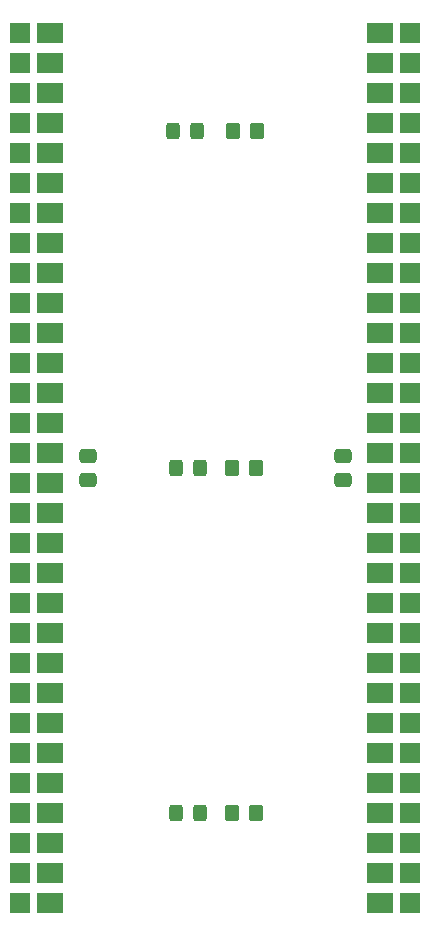
<source format=gts>
%TF.GenerationSoftware,KiCad,Pcbnew,8.0.4*%
%TF.CreationDate,2024-08-07T10:54:24+02:00*%
%TF.ProjectId,DCJ11_Carrier,44434a31-315f-4436-9172-726965722e6b,rev?*%
%TF.SameCoordinates,Original*%
%TF.FileFunction,Soldermask,Top*%
%TF.FilePolarity,Negative*%
%FSLAX46Y46*%
G04 Gerber Fmt 4.6, Leading zero omitted, Abs format (unit mm)*
G04 Created by KiCad (PCBNEW 8.0.4) date 2024-08-07 10:54:24*
%MOMM*%
%LPD*%
G01*
G04 APERTURE LIST*
G04 Aperture macros list*
%AMRoundRect*
0 Rectangle with rounded corners*
0 $1 Rounding radius*
0 $2 $3 $4 $5 $6 $7 $8 $9 X,Y pos of 4 corners*
0 Add a 4 corners polygon primitive as box body*
4,1,4,$2,$3,$4,$5,$6,$7,$8,$9,$2,$3,0*
0 Add four circle primitives for the rounded corners*
1,1,$1+$1,$2,$3*
1,1,$1+$1,$4,$5*
1,1,$1+$1,$6,$7*
1,1,$1+$1,$8,$9*
0 Add four rect primitives between the rounded corners*
20,1,$1+$1,$2,$3,$4,$5,0*
20,1,$1+$1,$4,$5,$6,$7,0*
20,1,$1+$1,$6,$7,$8,$9,0*
20,1,$1+$1,$8,$9,$2,$3,0*%
G04 Aperture macros list end*
%ADD10RoundRect,0.250000X-0.475000X0.337500X-0.475000X-0.337500X0.475000X-0.337500X0.475000X0.337500X0*%
%ADD11RoundRect,0.250000X0.475000X-0.337500X0.475000X0.337500X-0.475000X0.337500X-0.475000X-0.337500X0*%
%ADD12RoundRect,0.250000X-0.350000X-0.450000X0.350000X-0.450000X0.350000X0.450000X-0.350000X0.450000X0*%
%ADD13RoundRect,0.250000X-0.325000X-0.450000X0.325000X-0.450000X0.325000X0.450000X-0.325000X0.450000X0*%
%ADD14R,1.700000X1.700000*%
%ADD15R,2.200000X1.800000*%
G04 APERTURE END LIST*
D10*
%TO.C,C2*%
X146685000Y-89132500D03*
X146685000Y-91207500D03*
%TD*%
D11*
%TO.C,C1*%
X125095000Y-91207500D03*
X125095000Y-89132500D03*
%TD*%
D12*
%TO.C,R3*%
X139340000Y-119380000D03*
X137340000Y-119380000D03*
%TD*%
%TO.C,R2*%
X139340000Y-90170000D03*
X137340000Y-90170000D03*
%TD*%
%TO.C,R1*%
X137430000Y-61595000D03*
X139430000Y-61595000D03*
%TD*%
D13*
%TO.C,D3*%
X134620000Y-119380000D03*
X132570000Y-119380000D03*
%TD*%
%TO.C,D2*%
X134620000Y-90170000D03*
X132570000Y-90170000D03*
%TD*%
%TO.C,D1*%
X132325000Y-61595000D03*
X134375000Y-61595000D03*
%TD*%
D14*
%TO.C,J1*%
X119380000Y-127000000D03*
X119380000Y-124460000D03*
X119380000Y-121920000D03*
X119380000Y-119380000D03*
X119380000Y-116840000D03*
X119380000Y-114300000D03*
X119380000Y-111760000D03*
X119380000Y-109220000D03*
X119380000Y-106680000D03*
X119380000Y-104140000D03*
X119380000Y-101600000D03*
X119380000Y-99060000D03*
X119380000Y-96520000D03*
X119380000Y-93980000D03*
X119380000Y-91440000D03*
X119380000Y-88900000D03*
X119380000Y-86360000D03*
X119380000Y-83820000D03*
X119380000Y-81280000D03*
X119380000Y-78740000D03*
X119380000Y-76200000D03*
X119380000Y-73660000D03*
X119380000Y-71120000D03*
X119380000Y-68580000D03*
X119380000Y-66040000D03*
X119380000Y-63500000D03*
X119380000Y-60960000D03*
X119380000Y-58420000D03*
X119380000Y-55880000D03*
X119380000Y-53340000D03*
%TD*%
%TO.C,J2*%
X152400000Y-127000000D03*
X152400000Y-124460000D03*
X152400000Y-121920000D03*
X152400000Y-119380000D03*
X152400000Y-116840000D03*
X152400000Y-114300000D03*
X152400000Y-111760000D03*
X152400000Y-109220000D03*
X152400000Y-106680000D03*
X152400000Y-104140000D03*
X152400000Y-101600000D03*
X152400000Y-99060000D03*
X152400000Y-96520000D03*
X152400000Y-93980000D03*
X152400000Y-91440000D03*
X152400000Y-88900000D03*
X152400000Y-86360000D03*
X152400000Y-83820000D03*
X152400000Y-81280000D03*
X152400000Y-78740000D03*
X152400000Y-76200000D03*
X152400000Y-73660000D03*
X152400000Y-71120000D03*
X152400000Y-68580000D03*
X152400000Y-66040000D03*
X152400000Y-63500000D03*
X152400000Y-60960000D03*
X152400000Y-58420000D03*
X152400000Y-55880000D03*
X152400000Y-53340000D03*
%TD*%
D15*
%TO.C,J4*%
X149860000Y-127000000D03*
X149860000Y-124460000D03*
X149860000Y-121920000D03*
X149860000Y-119380000D03*
X149860000Y-116840000D03*
X149860000Y-114300000D03*
X149860000Y-111760000D03*
X149860000Y-109220000D03*
X149860000Y-106680000D03*
X149860000Y-104140000D03*
X149860000Y-101600000D03*
X149860000Y-99060000D03*
X149860000Y-96520000D03*
X149860000Y-93980000D03*
X149860000Y-91440000D03*
X149860000Y-88900000D03*
X149860000Y-86360000D03*
X149860000Y-83820000D03*
X149860000Y-81280000D03*
X149860000Y-78740000D03*
X149860000Y-76200000D03*
X149860000Y-73660000D03*
X149860000Y-71120000D03*
X149860000Y-68580000D03*
X149860000Y-66040000D03*
X149860000Y-63500000D03*
X149860000Y-60960000D03*
X149860000Y-58420000D03*
X149860000Y-55880000D03*
X149860000Y-53340000D03*
%TD*%
%TO.C,J3*%
X121920000Y-127000000D03*
X121920000Y-124460000D03*
X121920000Y-121920000D03*
X121920000Y-119380000D03*
X121920000Y-116840000D03*
X121920000Y-114300000D03*
X121920000Y-111760000D03*
X121920000Y-109220000D03*
X121920000Y-106680000D03*
X121920000Y-104140000D03*
X121920000Y-101600000D03*
X121920000Y-99060000D03*
X121920000Y-96520000D03*
X121920000Y-93980000D03*
X121920000Y-91440000D03*
X121920000Y-88900000D03*
X121920000Y-86360000D03*
X121920000Y-83820000D03*
X121920000Y-81280000D03*
X121920000Y-78740000D03*
X121920000Y-76200000D03*
X121920000Y-73660000D03*
X121920000Y-71120000D03*
X121920000Y-68580000D03*
X121920000Y-66040000D03*
X121920000Y-63500000D03*
X121920000Y-60960000D03*
X121920000Y-58420000D03*
X121920000Y-55880000D03*
X121920000Y-53340000D03*
%TD*%
M02*

</source>
